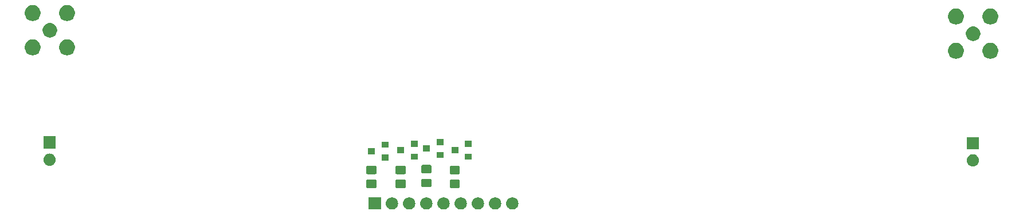
<source format=gbr>
G04 #@! TF.GenerationSoftware,KiCad,Pcbnew,5.0.2-bee76a0~70~ubuntu18.04.1*
G04 #@! TF.CreationDate,2019-04-19T15:30:24+03:00*
G04 #@! TF.ProjectId,bandpass_filter_design,62616e64-7061-4737-935f-66696c746572,rev?*
G04 #@! TF.SameCoordinates,Original*
G04 #@! TF.FileFunction,Soldermask,Bot*
G04 #@! TF.FilePolarity,Negative*
%FSLAX46Y46*%
G04 Gerber Fmt 4.6, Leading zero omitted, Abs format (unit mm)*
G04 Created by KiCad (PCBNEW 5.0.2-bee76a0~70~ubuntu18.04.1) date Fri 19 Apr 2019 03:30:24 PM EEST*
%MOMM*%
%LPD*%
G01*
G04 APERTURE LIST*
%ADD10C,0.100000*%
G04 APERTURE END LIST*
D10*
G36*
X140572443Y-106039519D02*
X140638627Y-106046037D01*
X140751853Y-106080384D01*
X140808467Y-106097557D01*
X140947087Y-106171652D01*
X140964991Y-106181222D01*
X141000729Y-106210552D01*
X141102186Y-106293814D01*
X141185448Y-106395271D01*
X141214778Y-106431009D01*
X141214779Y-106431011D01*
X141298443Y-106587533D01*
X141298443Y-106587534D01*
X141349963Y-106757373D01*
X141367359Y-106934000D01*
X141349963Y-107110627D01*
X141315616Y-107223853D01*
X141298443Y-107280467D01*
X141224348Y-107419087D01*
X141214778Y-107436991D01*
X141185448Y-107472729D01*
X141102186Y-107574186D01*
X141000729Y-107657448D01*
X140964991Y-107686778D01*
X140964989Y-107686779D01*
X140808467Y-107770443D01*
X140751853Y-107787616D01*
X140638627Y-107821963D01*
X140572443Y-107828481D01*
X140506260Y-107835000D01*
X140417740Y-107835000D01*
X140351557Y-107828481D01*
X140285373Y-107821963D01*
X140172147Y-107787616D01*
X140115533Y-107770443D01*
X139959011Y-107686779D01*
X139959009Y-107686778D01*
X139923271Y-107657448D01*
X139821814Y-107574186D01*
X139738552Y-107472729D01*
X139709222Y-107436991D01*
X139699652Y-107419087D01*
X139625557Y-107280467D01*
X139608384Y-107223853D01*
X139574037Y-107110627D01*
X139556641Y-106934000D01*
X139574037Y-106757373D01*
X139625557Y-106587534D01*
X139625557Y-106587533D01*
X139709221Y-106431011D01*
X139709222Y-106431009D01*
X139738552Y-106395271D01*
X139821814Y-106293814D01*
X139923271Y-106210552D01*
X139959009Y-106181222D01*
X139976913Y-106171652D01*
X140115533Y-106097557D01*
X140172147Y-106080384D01*
X140285373Y-106046037D01*
X140351557Y-106039519D01*
X140417740Y-106033000D01*
X140506260Y-106033000D01*
X140572443Y-106039519D01*
X140572443Y-106039519D01*
G37*
G36*
X138032443Y-106039519D02*
X138098627Y-106046037D01*
X138211853Y-106080384D01*
X138268467Y-106097557D01*
X138407087Y-106171652D01*
X138424991Y-106181222D01*
X138460729Y-106210552D01*
X138562186Y-106293814D01*
X138645448Y-106395271D01*
X138674778Y-106431009D01*
X138674779Y-106431011D01*
X138758443Y-106587533D01*
X138758443Y-106587534D01*
X138809963Y-106757373D01*
X138827359Y-106934000D01*
X138809963Y-107110627D01*
X138775616Y-107223853D01*
X138758443Y-107280467D01*
X138684348Y-107419087D01*
X138674778Y-107436991D01*
X138645448Y-107472729D01*
X138562186Y-107574186D01*
X138460729Y-107657448D01*
X138424991Y-107686778D01*
X138424989Y-107686779D01*
X138268467Y-107770443D01*
X138211853Y-107787616D01*
X138098627Y-107821963D01*
X138032443Y-107828481D01*
X137966260Y-107835000D01*
X137877740Y-107835000D01*
X137811557Y-107828481D01*
X137745373Y-107821963D01*
X137632147Y-107787616D01*
X137575533Y-107770443D01*
X137419011Y-107686779D01*
X137419009Y-107686778D01*
X137383271Y-107657448D01*
X137281814Y-107574186D01*
X137198552Y-107472729D01*
X137169222Y-107436991D01*
X137159652Y-107419087D01*
X137085557Y-107280467D01*
X137068384Y-107223853D01*
X137034037Y-107110627D01*
X137016641Y-106934000D01*
X137034037Y-106757373D01*
X137085557Y-106587534D01*
X137085557Y-106587533D01*
X137169221Y-106431011D01*
X137169222Y-106431009D01*
X137198552Y-106395271D01*
X137281814Y-106293814D01*
X137383271Y-106210552D01*
X137419009Y-106181222D01*
X137436913Y-106171652D01*
X137575533Y-106097557D01*
X137632147Y-106080384D01*
X137745373Y-106046037D01*
X137811557Y-106039519D01*
X137877740Y-106033000D01*
X137966260Y-106033000D01*
X138032443Y-106039519D01*
X138032443Y-106039519D01*
G37*
G36*
X121043000Y-107835000D02*
X119241000Y-107835000D01*
X119241000Y-106033000D01*
X121043000Y-106033000D01*
X121043000Y-107835000D01*
X121043000Y-107835000D01*
G37*
G36*
X122792443Y-106039519D02*
X122858627Y-106046037D01*
X122971853Y-106080384D01*
X123028467Y-106097557D01*
X123167087Y-106171652D01*
X123184991Y-106181222D01*
X123220729Y-106210552D01*
X123322186Y-106293814D01*
X123405448Y-106395271D01*
X123434778Y-106431009D01*
X123434779Y-106431011D01*
X123518443Y-106587533D01*
X123518443Y-106587534D01*
X123569963Y-106757373D01*
X123587359Y-106934000D01*
X123569963Y-107110627D01*
X123535616Y-107223853D01*
X123518443Y-107280467D01*
X123444348Y-107419087D01*
X123434778Y-107436991D01*
X123405448Y-107472729D01*
X123322186Y-107574186D01*
X123220729Y-107657448D01*
X123184991Y-107686778D01*
X123184989Y-107686779D01*
X123028467Y-107770443D01*
X122971853Y-107787616D01*
X122858627Y-107821963D01*
X122792443Y-107828481D01*
X122726260Y-107835000D01*
X122637740Y-107835000D01*
X122571557Y-107828481D01*
X122505373Y-107821963D01*
X122392147Y-107787616D01*
X122335533Y-107770443D01*
X122179011Y-107686779D01*
X122179009Y-107686778D01*
X122143271Y-107657448D01*
X122041814Y-107574186D01*
X121958552Y-107472729D01*
X121929222Y-107436991D01*
X121919652Y-107419087D01*
X121845557Y-107280467D01*
X121828384Y-107223853D01*
X121794037Y-107110627D01*
X121776641Y-106934000D01*
X121794037Y-106757373D01*
X121845557Y-106587534D01*
X121845557Y-106587533D01*
X121929221Y-106431011D01*
X121929222Y-106431009D01*
X121958552Y-106395271D01*
X122041814Y-106293814D01*
X122143271Y-106210552D01*
X122179009Y-106181222D01*
X122196913Y-106171652D01*
X122335533Y-106097557D01*
X122392147Y-106080384D01*
X122505373Y-106046037D01*
X122571557Y-106039519D01*
X122637740Y-106033000D01*
X122726260Y-106033000D01*
X122792443Y-106039519D01*
X122792443Y-106039519D01*
G37*
G36*
X125332443Y-106039519D02*
X125398627Y-106046037D01*
X125511853Y-106080384D01*
X125568467Y-106097557D01*
X125707087Y-106171652D01*
X125724991Y-106181222D01*
X125760729Y-106210552D01*
X125862186Y-106293814D01*
X125945448Y-106395271D01*
X125974778Y-106431009D01*
X125974779Y-106431011D01*
X126058443Y-106587533D01*
X126058443Y-106587534D01*
X126109963Y-106757373D01*
X126127359Y-106934000D01*
X126109963Y-107110627D01*
X126075616Y-107223853D01*
X126058443Y-107280467D01*
X125984348Y-107419087D01*
X125974778Y-107436991D01*
X125945448Y-107472729D01*
X125862186Y-107574186D01*
X125760729Y-107657448D01*
X125724991Y-107686778D01*
X125724989Y-107686779D01*
X125568467Y-107770443D01*
X125511853Y-107787616D01*
X125398627Y-107821963D01*
X125332443Y-107828481D01*
X125266260Y-107835000D01*
X125177740Y-107835000D01*
X125111557Y-107828481D01*
X125045373Y-107821963D01*
X124932147Y-107787616D01*
X124875533Y-107770443D01*
X124719011Y-107686779D01*
X124719009Y-107686778D01*
X124683271Y-107657448D01*
X124581814Y-107574186D01*
X124498552Y-107472729D01*
X124469222Y-107436991D01*
X124459652Y-107419087D01*
X124385557Y-107280467D01*
X124368384Y-107223853D01*
X124334037Y-107110627D01*
X124316641Y-106934000D01*
X124334037Y-106757373D01*
X124385557Y-106587534D01*
X124385557Y-106587533D01*
X124469221Y-106431011D01*
X124469222Y-106431009D01*
X124498552Y-106395271D01*
X124581814Y-106293814D01*
X124683271Y-106210552D01*
X124719009Y-106181222D01*
X124736913Y-106171652D01*
X124875533Y-106097557D01*
X124932147Y-106080384D01*
X125045373Y-106046037D01*
X125111557Y-106039519D01*
X125177740Y-106033000D01*
X125266260Y-106033000D01*
X125332443Y-106039519D01*
X125332443Y-106039519D01*
G37*
G36*
X127872443Y-106039519D02*
X127938627Y-106046037D01*
X128051853Y-106080384D01*
X128108467Y-106097557D01*
X128247087Y-106171652D01*
X128264991Y-106181222D01*
X128300729Y-106210552D01*
X128402186Y-106293814D01*
X128485448Y-106395271D01*
X128514778Y-106431009D01*
X128514779Y-106431011D01*
X128598443Y-106587533D01*
X128598443Y-106587534D01*
X128649963Y-106757373D01*
X128667359Y-106934000D01*
X128649963Y-107110627D01*
X128615616Y-107223853D01*
X128598443Y-107280467D01*
X128524348Y-107419087D01*
X128514778Y-107436991D01*
X128485448Y-107472729D01*
X128402186Y-107574186D01*
X128300729Y-107657448D01*
X128264991Y-107686778D01*
X128264989Y-107686779D01*
X128108467Y-107770443D01*
X128051853Y-107787616D01*
X127938627Y-107821963D01*
X127872443Y-107828481D01*
X127806260Y-107835000D01*
X127717740Y-107835000D01*
X127651557Y-107828481D01*
X127585373Y-107821963D01*
X127472147Y-107787616D01*
X127415533Y-107770443D01*
X127259011Y-107686779D01*
X127259009Y-107686778D01*
X127223271Y-107657448D01*
X127121814Y-107574186D01*
X127038552Y-107472729D01*
X127009222Y-107436991D01*
X126999652Y-107419087D01*
X126925557Y-107280467D01*
X126908384Y-107223853D01*
X126874037Y-107110627D01*
X126856641Y-106934000D01*
X126874037Y-106757373D01*
X126925557Y-106587534D01*
X126925557Y-106587533D01*
X127009221Y-106431011D01*
X127009222Y-106431009D01*
X127038552Y-106395271D01*
X127121814Y-106293814D01*
X127223271Y-106210552D01*
X127259009Y-106181222D01*
X127276913Y-106171652D01*
X127415533Y-106097557D01*
X127472147Y-106080384D01*
X127585373Y-106046037D01*
X127651557Y-106039519D01*
X127717740Y-106033000D01*
X127806260Y-106033000D01*
X127872443Y-106039519D01*
X127872443Y-106039519D01*
G37*
G36*
X130412443Y-106039519D02*
X130478627Y-106046037D01*
X130591853Y-106080384D01*
X130648467Y-106097557D01*
X130787087Y-106171652D01*
X130804991Y-106181222D01*
X130840729Y-106210552D01*
X130942186Y-106293814D01*
X131025448Y-106395271D01*
X131054778Y-106431009D01*
X131054779Y-106431011D01*
X131138443Y-106587533D01*
X131138443Y-106587534D01*
X131189963Y-106757373D01*
X131207359Y-106934000D01*
X131189963Y-107110627D01*
X131155616Y-107223853D01*
X131138443Y-107280467D01*
X131064348Y-107419087D01*
X131054778Y-107436991D01*
X131025448Y-107472729D01*
X130942186Y-107574186D01*
X130840729Y-107657448D01*
X130804991Y-107686778D01*
X130804989Y-107686779D01*
X130648467Y-107770443D01*
X130591853Y-107787616D01*
X130478627Y-107821963D01*
X130412443Y-107828481D01*
X130346260Y-107835000D01*
X130257740Y-107835000D01*
X130191557Y-107828481D01*
X130125373Y-107821963D01*
X130012147Y-107787616D01*
X129955533Y-107770443D01*
X129799011Y-107686779D01*
X129799009Y-107686778D01*
X129763271Y-107657448D01*
X129661814Y-107574186D01*
X129578552Y-107472729D01*
X129549222Y-107436991D01*
X129539652Y-107419087D01*
X129465557Y-107280467D01*
X129448384Y-107223853D01*
X129414037Y-107110627D01*
X129396641Y-106934000D01*
X129414037Y-106757373D01*
X129465557Y-106587534D01*
X129465557Y-106587533D01*
X129549221Y-106431011D01*
X129549222Y-106431009D01*
X129578552Y-106395271D01*
X129661814Y-106293814D01*
X129763271Y-106210552D01*
X129799009Y-106181222D01*
X129816913Y-106171652D01*
X129955533Y-106097557D01*
X130012147Y-106080384D01*
X130125373Y-106046037D01*
X130191557Y-106039519D01*
X130257740Y-106033000D01*
X130346260Y-106033000D01*
X130412443Y-106039519D01*
X130412443Y-106039519D01*
G37*
G36*
X132952443Y-106039519D02*
X133018627Y-106046037D01*
X133131853Y-106080384D01*
X133188467Y-106097557D01*
X133327087Y-106171652D01*
X133344991Y-106181222D01*
X133380729Y-106210552D01*
X133482186Y-106293814D01*
X133565448Y-106395271D01*
X133594778Y-106431009D01*
X133594779Y-106431011D01*
X133678443Y-106587533D01*
X133678443Y-106587534D01*
X133729963Y-106757373D01*
X133747359Y-106934000D01*
X133729963Y-107110627D01*
X133695616Y-107223853D01*
X133678443Y-107280467D01*
X133604348Y-107419087D01*
X133594778Y-107436991D01*
X133565448Y-107472729D01*
X133482186Y-107574186D01*
X133380729Y-107657448D01*
X133344991Y-107686778D01*
X133344989Y-107686779D01*
X133188467Y-107770443D01*
X133131853Y-107787616D01*
X133018627Y-107821963D01*
X132952443Y-107828481D01*
X132886260Y-107835000D01*
X132797740Y-107835000D01*
X132731557Y-107828481D01*
X132665373Y-107821963D01*
X132552147Y-107787616D01*
X132495533Y-107770443D01*
X132339011Y-107686779D01*
X132339009Y-107686778D01*
X132303271Y-107657448D01*
X132201814Y-107574186D01*
X132118552Y-107472729D01*
X132089222Y-107436991D01*
X132079652Y-107419087D01*
X132005557Y-107280467D01*
X131988384Y-107223853D01*
X131954037Y-107110627D01*
X131936641Y-106934000D01*
X131954037Y-106757373D01*
X132005557Y-106587534D01*
X132005557Y-106587533D01*
X132089221Y-106431011D01*
X132089222Y-106431009D01*
X132118552Y-106395271D01*
X132201814Y-106293814D01*
X132303271Y-106210552D01*
X132339009Y-106181222D01*
X132356913Y-106171652D01*
X132495533Y-106097557D01*
X132552147Y-106080384D01*
X132665373Y-106046037D01*
X132731557Y-106039519D01*
X132797740Y-106033000D01*
X132886260Y-106033000D01*
X132952443Y-106039519D01*
X132952443Y-106039519D01*
G37*
G36*
X135492443Y-106039519D02*
X135558627Y-106046037D01*
X135671853Y-106080384D01*
X135728467Y-106097557D01*
X135867087Y-106171652D01*
X135884991Y-106181222D01*
X135920729Y-106210552D01*
X136022186Y-106293814D01*
X136105448Y-106395271D01*
X136134778Y-106431009D01*
X136134779Y-106431011D01*
X136218443Y-106587533D01*
X136218443Y-106587534D01*
X136269963Y-106757373D01*
X136287359Y-106934000D01*
X136269963Y-107110627D01*
X136235616Y-107223853D01*
X136218443Y-107280467D01*
X136144348Y-107419087D01*
X136134778Y-107436991D01*
X136105448Y-107472729D01*
X136022186Y-107574186D01*
X135920729Y-107657448D01*
X135884991Y-107686778D01*
X135884989Y-107686779D01*
X135728467Y-107770443D01*
X135671853Y-107787616D01*
X135558627Y-107821963D01*
X135492443Y-107828481D01*
X135426260Y-107835000D01*
X135337740Y-107835000D01*
X135271557Y-107828481D01*
X135205373Y-107821963D01*
X135092147Y-107787616D01*
X135035533Y-107770443D01*
X134879011Y-107686779D01*
X134879009Y-107686778D01*
X134843271Y-107657448D01*
X134741814Y-107574186D01*
X134658552Y-107472729D01*
X134629222Y-107436991D01*
X134619652Y-107419087D01*
X134545557Y-107280467D01*
X134528384Y-107223853D01*
X134494037Y-107110627D01*
X134476641Y-106934000D01*
X134494037Y-106757373D01*
X134545557Y-106587534D01*
X134545557Y-106587533D01*
X134629221Y-106431011D01*
X134629222Y-106431009D01*
X134658552Y-106395271D01*
X134741814Y-106293814D01*
X134843271Y-106210552D01*
X134879009Y-106181222D01*
X134896913Y-106171652D01*
X135035533Y-106097557D01*
X135092147Y-106080384D01*
X135205373Y-106046037D01*
X135271557Y-106039519D01*
X135337740Y-106033000D01*
X135426260Y-106033000D01*
X135492443Y-106039519D01*
X135492443Y-106039519D01*
G37*
G36*
X132541677Y-103409465D02*
X132579364Y-103420898D01*
X132614103Y-103439466D01*
X132644548Y-103464452D01*
X132669534Y-103494897D01*
X132688102Y-103529636D01*
X132699535Y-103567323D01*
X132704000Y-103612661D01*
X132704000Y-104449339D01*
X132699535Y-104494677D01*
X132688102Y-104532364D01*
X132669534Y-104567103D01*
X132644548Y-104597548D01*
X132614103Y-104622534D01*
X132579364Y-104641102D01*
X132541677Y-104652535D01*
X132496339Y-104657000D01*
X131409661Y-104657000D01*
X131364323Y-104652535D01*
X131326636Y-104641102D01*
X131291897Y-104622534D01*
X131261452Y-104597548D01*
X131236466Y-104567103D01*
X131217898Y-104532364D01*
X131206465Y-104494677D01*
X131202000Y-104449339D01*
X131202000Y-103612661D01*
X131206465Y-103567323D01*
X131217898Y-103529636D01*
X131236466Y-103494897D01*
X131261452Y-103464452D01*
X131291897Y-103439466D01*
X131326636Y-103420898D01*
X131364323Y-103409465D01*
X131409661Y-103405000D01*
X132496339Y-103405000D01*
X132541677Y-103409465D01*
X132541677Y-103409465D01*
G37*
G36*
X120222677Y-103400465D02*
X120260364Y-103411898D01*
X120295103Y-103430466D01*
X120325548Y-103455452D01*
X120350534Y-103485897D01*
X120369102Y-103520636D01*
X120380535Y-103558323D01*
X120385000Y-103603661D01*
X120385000Y-104440339D01*
X120380535Y-104485677D01*
X120369102Y-104523364D01*
X120350534Y-104558103D01*
X120325548Y-104588548D01*
X120295103Y-104613534D01*
X120260364Y-104632102D01*
X120222677Y-104643535D01*
X120177339Y-104648000D01*
X119090661Y-104648000D01*
X119045323Y-104643535D01*
X119007636Y-104632102D01*
X118972897Y-104613534D01*
X118942452Y-104588548D01*
X118917466Y-104558103D01*
X118898898Y-104523364D01*
X118887465Y-104485677D01*
X118883000Y-104440339D01*
X118883000Y-103603661D01*
X118887465Y-103558323D01*
X118898898Y-103520636D01*
X118917466Y-103485897D01*
X118942452Y-103455452D01*
X118972897Y-103430466D01*
X119007636Y-103411898D01*
X119045323Y-103400465D01*
X119090661Y-103396000D01*
X120177339Y-103396000D01*
X120222677Y-103400465D01*
X120222677Y-103400465D01*
G37*
G36*
X124540677Y-103400465D02*
X124578364Y-103411898D01*
X124613103Y-103430466D01*
X124643548Y-103455452D01*
X124668534Y-103485897D01*
X124687102Y-103520636D01*
X124698535Y-103558323D01*
X124703000Y-103603661D01*
X124703000Y-104440339D01*
X124698535Y-104485677D01*
X124687102Y-104523364D01*
X124668534Y-104558103D01*
X124643548Y-104588548D01*
X124613103Y-104613534D01*
X124578364Y-104632102D01*
X124540677Y-104643535D01*
X124495339Y-104648000D01*
X123408661Y-104648000D01*
X123363323Y-104643535D01*
X123325636Y-104632102D01*
X123290897Y-104613534D01*
X123260452Y-104588548D01*
X123235466Y-104558103D01*
X123216898Y-104523364D01*
X123205465Y-104485677D01*
X123201000Y-104440339D01*
X123201000Y-103603661D01*
X123205465Y-103558323D01*
X123216898Y-103520636D01*
X123235466Y-103485897D01*
X123260452Y-103455452D01*
X123290897Y-103430466D01*
X123325636Y-103411898D01*
X123363323Y-103400465D01*
X123408661Y-103396000D01*
X124495339Y-103396000D01*
X124540677Y-103400465D01*
X124540677Y-103400465D01*
G37*
G36*
X128350677Y-103273465D02*
X128388364Y-103284898D01*
X128423103Y-103303466D01*
X128453548Y-103328452D01*
X128478534Y-103358897D01*
X128497102Y-103393636D01*
X128508535Y-103431323D01*
X128513000Y-103476661D01*
X128513000Y-104313339D01*
X128508535Y-104358677D01*
X128497102Y-104396364D01*
X128478534Y-104431103D01*
X128453548Y-104461548D01*
X128423103Y-104486534D01*
X128388364Y-104505102D01*
X128350677Y-104516535D01*
X128305339Y-104521000D01*
X127218661Y-104521000D01*
X127173323Y-104516535D01*
X127135636Y-104505102D01*
X127100897Y-104486534D01*
X127070452Y-104461548D01*
X127045466Y-104431103D01*
X127026898Y-104396364D01*
X127015465Y-104358677D01*
X127011000Y-104313339D01*
X127011000Y-103476661D01*
X127015465Y-103431323D01*
X127026898Y-103393636D01*
X127045466Y-103358897D01*
X127070452Y-103328452D01*
X127100897Y-103303466D01*
X127135636Y-103284898D01*
X127173323Y-103273465D01*
X127218661Y-103269000D01*
X128305339Y-103269000D01*
X128350677Y-103273465D01*
X128350677Y-103273465D01*
G37*
G36*
X132541677Y-101359465D02*
X132579364Y-101370898D01*
X132614103Y-101389466D01*
X132644548Y-101414452D01*
X132669534Y-101444897D01*
X132688102Y-101479636D01*
X132699535Y-101517323D01*
X132704000Y-101562661D01*
X132704000Y-102399339D01*
X132699535Y-102444677D01*
X132688102Y-102482364D01*
X132669534Y-102517103D01*
X132644548Y-102547548D01*
X132614103Y-102572534D01*
X132579364Y-102591102D01*
X132541677Y-102602535D01*
X132496339Y-102607000D01*
X131409661Y-102607000D01*
X131364323Y-102602535D01*
X131326636Y-102591102D01*
X131291897Y-102572534D01*
X131261452Y-102547548D01*
X131236466Y-102517103D01*
X131217898Y-102482364D01*
X131206465Y-102444677D01*
X131202000Y-102399339D01*
X131202000Y-101562661D01*
X131206465Y-101517323D01*
X131217898Y-101479636D01*
X131236466Y-101444897D01*
X131261452Y-101414452D01*
X131291897Y-101389466D01*
X131326636Y-101370898D01*
X131364323Y-101359465D01*
X131409661Y-101355000D01*
X132496339Y-101355000D01*
X132541677Y-101359465D01*
X132541677Y-101359465D01*
G37*
G36*
X120222677Y-101350465D02*
X120260364Y-101361898D01*
X120295103Y-101380466D01*
X120325548Y-101405452D01*
X120350534Y-101435897D01*
X120369102Y-101470636D01*
X120380535Y-101508323D01*
X120385000Y-101553661D01*
X120385000Y-102390339D01*
X120380535Y-102435677D01*
X120369102Y-102473364D01*
X120350534Y-102508103D01*
X120325548Y-102538548D01*
X120295103Y-102563534D01*
X120260364Y-102582102D01*
X120222677Y-102593535D01*
X120177339Y-102598000D01*
X119090661Y-102598000D01*
X119045323Y-102593535D01*
X119007636Y-102582102D01*
X118972897Y-102563534D01*
X118942452Y-102538548D01*
X118917466Y-102508103D01*
X118898898Y-102473364D01*
X118887465Y-102435677D01*
X118883000Y-102390339D01*
X118883000Y-101553661D01*
X118887465Y-101508323D01*
X118898898Y-101470636D01*
X118917466Y-101435897D01*
X118942452Y-101405452D01*
X118972897Y-101380466D01*
X119007636Y-101361898D01*
X119045323Y-101350465D01*
X119090661Y-101346000D01*
X120177339Y-101346000D01*
X120222677Y-101350465D01*
X120222677Y-101350465D01*
G37*
G36*
X124540677Y-101350465D02*
X124578364Y-101361898D01*
X124613103Y-101380466D01*
X124643548Y-101405452D01*
X124668534Y-101435897D01*
X124687102Y-101470636D01*
X124698535Y-101508323D01*
X124703000Y-101553661D01*
X124703000Y-102390339D01*
X124698535Y-102435677D01*
X124687102Y-102473364D01*
X124668534Y-102508103D01*
X124643548Y-102538548D01*
X124613103Y-102563534D01*
X124578364Y-102582102D01*
X124540677Y-102593535D01*
X124495339Y-102598000D01*
X123408661Y-102598000D01*
X123363323Y-102593535D01*
X123325636Y-102582102D01*
X123290897Y-102563534D01*
X123260452Y-102538548D01*
X123235466Y-102508103D01*
X123216898Y-102473364D01*
X123205465Y-102435677D01*
X123201000Y-102390339D01*
X123201000Y-101553661D01*
X123205465Y-101508323D01*
X123216898Y-101470636D01*
X123235466Y-101435897D01*
X123260452Y-101405452D01*
X123290897Y-101380466D01*
X123325636Y-101361898D01*
X123363323Y-101350465D01*
X123408661Y-101346000D01*
X124495339Y-101346000D01*
X124540677Y-101350465D01*
X124540677Y-101350465D01*
G37*
G36*
X128350677Y-101223465D02*
X128388364Y-101234898D01*
X128423103Y-101253466D01*
X128453548Y-101278452D01*
X128478534Y-101308897D01*
X128497102Y-101343636D01*
X128508535Y-101381323D01*
X128513000Y-101426661D01*
X128513000Y-102263339D01*
X128508535Y-102308677D01*
X128497102Y-102346364D01*
X128478534Y-102381103D01*
X128453548Y-102411548D01*
X128423103Y-102436534D01*
X128388364Y-102455102D01*
X128350677Y-102466535D01*
X128305339Y-102471000D01*
X127218661Y-102471000D01*
X127173323Y-102466535D01*
X127135636Y-102455102D01*
X127100897Y-102436534D01*
X127070452Y-102411548D01*
X127045466Y-102381103D01*
X127026898Y-102346364D01*
X127015465Y-102308677D01*
X127011000Y-102263339D01*
X127011000Y-101426661D01*
X127015465Y-101381323D01*
X127026898Y-101343636D01*
X127045466Y-101308897D01*
X127070452Y-101278452D01*
X127100897Y-101253466D01*
X127135636Y-101234898D01*
X127173323Y-101223465D01*
X127218661Y-101219000D01*
X128305339Y-101219000D01*
X128350677Y-101223465D01*
X128350677Y-101223465D01*
G37*
G36*
X208610442Y-99645518D02*
X208676627Y-99652037D01*
X208788588Y-99686000D01*
X208846467Y-99703557D01*
X208985087Y-99777652D01*
X209002991Y-99787222D01*
X209038729Y-99816552D01*
X209140186Y-99899814D01*
X209223448Y-100001271D01*
X209252778Y-100037009D01*
X209252779Y-100037011D01*
X209336443Y-100193533D01*
X209336443Y-100193534D01*
X209387963Y-100363373D01*
X209405359Y-100540000D01*
X209387963Y-100716627D01*
X209366777Y-100786467D01*
X209336443Y-100886467D01*
X209306231Y-100942989D01*
X209252778Y-101042991D01*
X209223448Y-101078729D01*
X209140186Y-101180186D01*
X209038729Y-101263448D01*
X209002991Y-101292778D01*
X209002989Y-101292779D01*
X208846467Y-101376443D01*
X208803535Y-101389466D01*
X208676627Y-101427963D01*
X208610442Y-101434482D01*
X208544260Y-101441000D01*
X208455740Y-101441000D01*
X208389558Y-101434482D01*
X208323373Y-101427963D01*
X208196465Y-101389466D01*
X208153533Y-101376443D01*
X207997011Y-101292779D01*
X207997009Y-101292778D01*
X207961271Y-101263448D01*
X207859814Y-101180186D01*
X207776552Y-101078729D01*
X207747222Y-101042991D01*
X207693769Y-100942989D01*
X207663557Y-100886467D01*
X207633223Y-100786467D01*
X207612037Y-100716627D01*
X207594641Y-100540000D01*
X207612037Y-100363373D01*
X207663557Y-100193534D01*
X207663557Y-100193533D01*
X207747221Y-100037011D01*
X207747222Y-100037009D01*
X207776552Y-100001271D01*
X207859814Y-99899814D01*
X207961271Y-99816552D01*
X207997009Y-99787222D01*
X208014913Y-99777652D01*
X208153533Y-99703557D01*
X208211412Y-99686000D01*
X208323373Y-99652037D01*
X208389558Y-99645518D01*
X208455740Y-99639000D01*
X208544260Y-99639000D01*
X208610442Y-99645518D01*
X208610442Y-99645518D01*
G37*
G36*
X72210443Y-99545519D02*
X72276627Y-99552037D01*
X72389853Y-99586384D01*
X72446467Y-99603557D01*
X72510904Y-99638000D01*
X72602991Y-99687222D01*
X72622895Y-99703557D01*
X72740186Y-99799814D01*
X72822253Y-99899814D01*
X72852778Y-99937009D01*
X72852779Y-99937011D01*
X72936443Y-100093533D01*
X72936443Y-100093534D01*
X72987963Y-100263373D01*
X73005359Y-100440000D01*
X72987963Y-100616627D01*
X72957629Y-100716625D01*
X72936443Y-100786467D01*
X72882991Y-100886467D01*
X72852778Y-100942991D01*
X72823448Y-100978729D01*
X72740186Y-101080186D01*
X72638729Y-101163448D01*
X72602991Y-101192778D01*
X72602989Y-101192779D01*
X72446467Y-101276443D01*
X72392617Y-101292778D01*
X72276627Y-101327963D01*
X72210443Y-101334481D01*
X72144260Y-101341000D01*
X72055740Y-101341000D01*
X71989557Y-101334481D01*
X71923373Y-101327963D01*
X71807383Y-101292778D01*
X71753533Y-101276443D01*
X71597011Y-101192779D01*
X71597009Y-101192778D01*
X71561271Y-101163448D01*
X71459814Y-101080186D01*
X71376552Y-100978729D01*
X71347222Y-100942991D01*
X71317009Y-100886467D01*
X71263557Y-100786467D01*
X71242371Y-100716625D01*
X71212037Y-100616627D01*
X71194641Y-100440000D01*
X71212037Y-100263373D01*
X71263557Y-100093534D01*
X71263557Y-100093533D01*
X71347221Y-99937011D01*
X71347222Y-99937009D01*
X71377747Y-99899814D01*
X71459814Y-99799814D01*
X71577105Y-99703557D01*
X71597009Y-99687222D01*
X71689096Y-99638000D01*
X71753533Y-99603557D01*
X71810147Y-99586384D01*
X71923373Y-99552037D01*
X71989557Y-99545519D01*
X72055740Y-99539000D01*
X72144260Y-99539000D01*
X72210443Y-99545519D01*
X72210443Y-99545519D01*
G37*
G36*
X122151000Y-100588000D02*
X121149000Y-100588000D01*
X121149000Y-99686000D01*
X122151000Y-99686000D01*
X122151000Y-100588000D01*
X122151000Y-100588000D01*
G37*
G36*
X134470000Y-100461000D02*
X133468000Y-100461000D01*
X133468000Y-99559000D01*
X134470000Y-99559000D01*
X134470000Y-100461000D01*
X134470000Y-100461000D01*
G37*
G36*
X126469000Y-100461000D02*
X125467000Y-100461000D01*
X125467000Y-99559000D01*
X126469000Y-99559000D01*
X126469000Y-100461000D01*
X126469000Y-100461000D01*
G37*
G36*
X130279000Y-100207000D02*
X129277000Y-100207000D01*
X129277000Y-99305000D01*
X130279000Y-99305000D01*
X130279000Y-100207000D01*
X130279000Y-100207000D01*
G37*
G36*
X120151000Y-99638000D02*
X119149000Y-99638000D01*
X119149000Y-98736000D01*
X120151000Y-98736000D01*
X120151000Y-99638000D01*
X120151000Y-99638000D01*
G37*
G36*
X132470000Y-99511000D02*
X131468000Y-99511000D01*
X131468000Y-98609000D01*
X132470000Y-98609000D01*
X132470000Y-99511000D01*
X132470000Y-99511000D01*
G37*
G36*
X124469000Y-99511000D02*
X123467000Y-99511000D01*
X123467000Y-98609000D01*
X124469000Y-98609000D01*
X124469000Y-99511000D01*
X124469000Y-99511000D01*
G37*
G36*
X128279000Y-99257000D02*
X127277000Y-99257000D01*
X127277000Y-98355000D01*
X128279000Y-98355000D01*
X128279000Y-99257000D01*
X128279000Y-99257000D01*
G37*
G36*
X209401000Y-98901000D02*
X207599000Y-98901000D01*
X207599000Y-97099000D01*
X209401000Y-97099000D01*
X209401000Y-98901000D01*
X209401000Y-98901000D01*
G37*
G36*
X73001000Y-98801000D02*
X71199000Y-98801000D01*
X71199000Y-96999000D01*
X73001000Y-96999000D01*
X73001000Y-98801000D01*
X73001000Y-98801000D01*
G37*
G36*
X122151000Y-98688000D02*
X121149000Y-98688000D01*
X121149000Y-97786000D01*
X122151000Y-97786000D01*
X122151000Y-98688000D01*
X122151000Y-98688000D01*
G37*
G36*
X134470000Y-98561000D02*
X133468000Y-98561000D01*
X133468000Y-97659000D01*
X134470000Y-97659000D01*
X134470000Y-98561000D01*
X134470000Y-98561000D01*
G37*
G36*
X126469000Y-98561000D02*
X125467000Y-98561000D01*
X125467000Y-97659000D01*
X126469000Y-97659000D01*
X126469000Y-98561000D01*
X126469000Y-98561000D01*
G37*
G36*
X130279000Y-98307000D02*
X129277000Y-98307000D01*
X129277000Y-97405000D01*
X130279000Y-97405000D01*
X130279000Y-98307000D01*
X130279000Y-98307000D01*
G37*
G36*
X206223426Y-83174596D02*
X206337027Y-83197193D01*
X206551045Y-83285842D01*
X206742358Y-83413674D01*
X206743659Y-83414543D01*
X206907457Y-83578341D01*
X206907459Y-83578344D01*
X207036158Y-83770955D01*
X207124807Y-83984973D01*
X207170000Y-84212174D01*
X207170000Y-84443826D01*
X207124807Y-84671027D01*
X207036158Y-84885045D01*
X206992217Y-84950807D01*
X206907457Y-85077659D01*
X206743659Y-85241457D01*
X206743656Y-85241459D01*
X206551045Y-85370158D01*
X206337027Y-85458807D01*
X206223427Y-85481403D01*
X206109827Y-85504000D01*
X205878173Y-85504000D01*
X205764573Y-85481403D01*
X205650973Y-85458807D01*
X205436955Y-85370158D01*
X205244344Y-85241459D01*
X205244341Y-85241457D01*
X205080543Y-85077659D01*
X204995783Y-84950807D01*
X204951842Y-84885045D01*
X204863193Y-84671027D01*
X204818000Y-84443826D01*
X204818000Y-84212174D01*
X204863193Y-83984973D01*
X204951842Y-83770955D01*
X205080541Y-83578344D01*
X205080543Y-83578341D01*
X205244341Y-83414543D01*
X205245642Y-83413674D01*
X205436955Y-83285842D01*
X205650973Y-83197193D01*
X205764574Y-83174596D01*
X205878173Y-83152000D01*
X206109827Y-83152000D01*
X206223426Y-83174596D01*
X206223426Y-83174596D01*
G37*
G36*
X211303426Y-83174596D02*
X211417027Y-83197193D01*
X211631045Y-83285842D01*
X211822358Y-83413674D01*
X211823659Y-83414543D01*
X211987457Y-83578341D01*
X211987459Y-83578344D01*
X212116158Y-83770955D01*
X212204807Y-83984973D01*
X212250000Y-84212174D01*
X212250000Y-84443826D01*
X212204807Y-84671027D01*
X212116158Y-84885045D01*
X212072217Y-84950807D01*
X211987457Y-85077659D01*
X211823659Y-85241457D01*
X211823656Y-85241459D01*
X211631045Y-85370158D01*
X211417027Y-85458807D01*
X211303427Y-85481403D01*
X211189827Y-85504000D01*
X210958173Y-85504000D01*
X210844573Y-85481403D01*
X210730973Y-85458807D01*
X210516955Y-85370158D01*
X210324344Y-85241459D01*
X210324341Y-85241457D01*
X210160543Y-85077659D01*
X210075783Y-84950807D01*
X210031842Y-84885045D01*
X209943193Y-84671027D01*
X209898000Y-84443826D01*
X209898000Y-84212174D01*
X209943193Y-83984973D01*
X210031842Y-83770955D01*
X210160541Y-83578344D01*
X210160543Y-83578341D01*
X210324341Y-83414543D01*
X210325642Y-83413674D01*
X210516955Y-83285842D01*
X210730973Y-83197193D01*
X210844574Y-83174596D01*
X210958173Y-83152000D01*
X211189827Y-83152000D01*
X211303426Y-83174596D01*
X211303426Y-83174596D01*
G37*
G36*
X69825427Y-82666597D02*
X69939027Y-82689193D01*
X70153045Y-82777842D01*
X70281989Y-82864000D01*
X70345659Y-82906543D01*
X70509457Y-83070341D01*
X70509459Y-83070344D01*
X70638158Y-83262955D01*
X70726807Y-83476973D01*
X70772000Y-83704174D01*
X70772000Y-83935826D01*
X70726807Y-84163027D01*
X70638158Y-84377045D01*
X70510326Y-84568358D01*
X70509457Y-84569659D01*
X70345659Y-84733457D01*
X70345656Y-84733459D01*
X70153045Y-84862158D01*
X69939027Y-84950807D01*
X69825426Y-84973404D01*
X69711827Y-84996000D01*
X69480173Y-84996000D01*
X69366574Y-84973404D01*
X69252973Y-84950807D01*
X69038955Y-84862158D01*
X68846344Y-84733459D01*
X68846341Y-84733457D01*
X68682543Y-84569659D01*
X68681674Y-84568358D01*
X68553842Y-84377045D01*
X68465193Y-84163027D01*
X68420000Y-83935826D01*
X68420000Y-83704174D01*
X68465193Y-83476973D01*
X68553842Y-83262955D01*
X68682541Y-83070344D01*
X68682543Y-83070341D01*
X68846341Y-82906543D01*
X68910011Y-82864000D01*
X69038955Y-82777842D01*
X69252973Y-82689193D01*
X69366573Y-82666597D01*
X69480173Y-82644000D01*
X69711827Y-82644000D01*
X69825427Y-82666597D01*
X69825427Y-82666597D01*
G37*
G36*
X74905427Y-82666597D02*
X75019027Y-82689193D01*
X75233045Y-82777842D01*
X75361989Y-82864000D01*
X75425659Y-82906543D01*
X75589457Y-83070341D01*
X75589459Y-83070344D01*
X75718158Y-83262955D01*
X75806807Y-83476973D01*
X75852000Y-83704174D01*
X75852000Y-83935826D01*
X75806807Y-84163027D01*
X75718158Y-84377045D01*
X75590326Y-84568358D01*
X75589457Y-84569659D01*
X75425659Y-84733457D01*
X75425656Y-84733459D01*
X75233045Y-84862158D01*
X75019027Y-84950807D01*
X74905426Y-84973404D01*
X74791827Y-84996000D01*
X74560173Y-84996000D01*
X74446574Y-84973404D01*
X74332973Y-84950807D01*
X74118955Y-84862158D01*
X73926344Y-84733459D01*
X73926341Y-84733457D01*
X73762543Y-84569659D01*
X73761674Y-84568358D01*
X73633842Y-84377045D01*
X73545193Y-84163027D01*
X73500000Y-83935826D01*
X73500000Y-83704174D01*
X73545193Y-83476973D01*
X73633842Y-83262955D01*
X73762541Y-83070344D01*
X73762543Y-83070341D01*
X73926341Y-82906543D01*
X73990011Y-82864000D01*
X74118955Y-82777842D01*
X74332973Y-82689193D01*
X74446573Y-82666597D01*
X74560173Y-82644000D01*
X74791827Y-82644000D01*
X74905427Y-82666597D01*
X74905427Y-82666597D01*
G37*
G36*
X208691947Y-80722337D02*
X208847858Y-80753350D01*
X209043677Y-80834461D01*
X209043678Y-80834462D01*
X209219913Y-80952218D01*
X209369782Y-81102087D01*
X209369784Y-81102090D01*
X209487539Y-81278323D01*
X209568650Y-81474142D01*
X209610000Y-81682023D01*
X209610000Y-81893977D01*
X209568650Y-82101858D01*
X209487539Y-82297677D01*
X209487538Y-82297678D01*
X209369782Y-82473913D01*
X209219913Y-82623782D01*
X209219910Y-82623784D01*
X209043677Y-82741539D01*
X208847858Y-82822650D01*
X208691947Y-82853662D01*
X208639978Y-82864000D01*
X208428022Y-82864000D01*
X208376053Y-82853662D01*
X208220142Y-82822650D01*
X208024323Y-82741539D01*
X207848090Y-82623784D01*
X207848087Y-82623782D01*
X207698218Y-82473913D01*
X207580462Y-82297678D01*
X207580461Y-82297677D01*
X207499350Y-82101858D01*
X207458000Y-81893977D01*
X207458000Y-81682023D01*
X207499350Y-81474142D01*
X207580461Y-81278323D01*
X207698216Y-81102090D01*
X207698218Y-81102087D01*
X207848087Y-80952218D01*
X208024322Y-80834462D01*
X208024323Y-80834461D01*
X208220142Y-80753350D01*
X208376053Y-80722337D01*
X208428022Y-80712000D01*
X208639978Y-80712000D01*
X208691947Y-80722337D01*
X208691947Y-80722337D01*
G37*
G36*
X72293947Y-80214338D02*
X72449858Y-80245350D01*
X72645677Y-80326461D01*
X72645678Y-80326462D01*
X72821913Y-80444218D01*
X72971782Y-80594087D01*
X72971784Y-80594090D01*
X73089539Y-80770323D01*
X73170650Y-80966142D01*
X73212000Y-81174023D01*
X73212000Y-81385977D01*
X73170650Y-81593858D01*
X73089539Y-81789677D01*
X73089538Y-81789678D01*
X72971782Y-81965913D01*
X72821913Y-82115782D01*
X72821910Y-82115784D01*
X72645677Y-82233539D01*
X72449858Y-82314650D01*
X72293947Y-82345662D01*
X72241978Y-82356000D01*
X72030022Y-82356000D01*
X71978053Y-82345662D01*
X71822142Y-82314650D01*
X71626323Y-82233539D01*
X71450090Y-82115784D01*
X71450087Y-82115782D01*
X71300218Y-81965913D01*
X71182462Y-81789678D01*
X71182461Y-81789677D01*
X71101350Y-81593858D01*
X71060000Y-81385977D01*
X71060000Y-81174023D01*
X71101350Y-80966142D01*
X71182461Y-80770323D01*
X71300216Y-80594090D01*
X71300218Y-80594087D01*
X71450087Y-80444218D01*
X71626322Y-80326462D01*
X71626323Y-80326461D01*
X71822142Y-80245350D01*
X71978053Y-80214338D01*
X72030022Y-80204000D01*
X72241978Y-80204000D01*
X72293947Y-80214338D01*
X72293947Y-80214338D01*
G37*
G36*
X211303426Y-78094596D02*
X211417027Y-78117193D01*
X211631045Y-78205842D01*
X211822358Y-78333674D01*
X211823659Y-78334543D01*
X211987457Y-78498341D01*
X211987459Y-78498344D01*
X212116158Y-78690955D01*
X212204807Y-78904973D01*
X212250000Y-79132174D01*
X212250000Y-79363826D01*
X212204807Y-79591027D01*
X212116158Y-79805045D01*
X212072217Y-79870807D01*
X211987457Y-79997659D01*
X211823659Y-80161457D01*
X211823656Y-80161459D01*
X211631045Y-80290158D01*
X211417027Y-80378807D01*
X211303426Y-80401404D01*
X211189827Y-80424000D01*
X210958173Y-80424000D01*
X210844573Y-80401403D01*
X210730973Y-80378807D01*
X210516955Y-80290158D01*
X210324344Y-80161459D01*
X210324341Y-80161457D01*
X210160543Y-79997659D01*
X210075783Y-79870807D01*
X210031842Y-79805045D01*
X209943193Y-79591027D01*
X209898000Y-79363826D01*
X209898000Y-79132174D01*
X209943193Y-78904973D01*
X210031842Y-78690955D01*
X210160541Y-78498344D01*
X210160543Y-78498341D01*
X210324341Y-78334543D01*
X210325642Y-78333674D01*
X210516955Y-78205842D01*
X210730973Y-78117193D01*
X210844574Y-78094596D01*
X210958173Y-78072000D01*
X211189827Y-78072000D01*
X211303426Y-78094596D01*
X211303426Y-78094596D01*
G37*
G36*
X206223426Y-78094596D02*
X206337027Y-78117193D01*
X206551045Y-78205842D01*
X206742358Y-78333674D01*
X206743659Y-78334543D01*
X206907457Y-78498341D01*
X206907459Y-78498344D01*
X207036158Y-78690955D01*
X207124807Y-78904973D01*
X207170000Y-79132174D01*
X207170000Y-79363826D01*
X207124807Y-79591027D01*
X207036158Y-79805045D01*
X206992217Y-79870807D01*
X206907457Y-79997659D01*
X206743659Y-80161457D01*
X206743656Y-80161459D01*
X206551045Y-80290158D01*
X206337027Y-80378807D01*
X206223426Y-80401404D01*
X206109827Y-80424000D01*
X205878173Y-80424000D01*
X205764573Y-80401403D01*
X205650973Y-80378807D01*
X205436955Y-80290158D01*
X205244344Y-80161459D01*
X205244341Y-80161457D01*
X205080543Y-79997659D01*
X204995783Y-79870807D01*
X204951842Y-79805045D01*
X204863193Y-79591027D01*
X204818000Y-79363826D01*
X204818000Y-79132174D01*
X204863193Y-78904973D01*
X204951842Y-78690955D01*
X205080541Y-78498344D01*
X205080543Y-78498341D01*
X205244341Y-78334543D01*
X205245642Y-78333674D01*
X205436955Y-78205842D01*
X205650973Y-78117193D01*
X205764574Y-78094596D01*
X205878173Y-78072000D01*
X206109827Y-78072000D01*
X206223426Y-78094596D01*
X206223426Y-78094596D01*
G37*
G36*
X69825427Y-77586597D02*
X69939027Y-77609193D01*
X70153045Y-77697842D01*
X70344358Y-77825674D01*
X70345659Y-77826543D01*
X70509457Y-77990341D01*
X70509459Y-77990344D01*
X70638158Y-78182955D01*
X70726807Y-78396973D01*
X70772000Y-78624174D01*
X70772000Y-78855826D01*
X70726807Y-79083027D01*
X70638158Y-79297045D01*
X70510326Y-79488358D01*
X70509457Y-79489659D01*
X70345659Y-79653457D01*
X70345656Y-79653459D01*
X70153045Y-79782158D01*
X69939027Y-79870807D01*
X69825427Y-79893403D01*
X69711827Y-79916000D01*
X69480173Y-79916000D01*
X69366573Y-79893403D01*
X69252973Y-79870807D01*
X69038955Y-79782158D01*
X68846344Y-79653459D01*
X68846341Y-79653457D01*
X68682543Y-79489659D01*
X68681674Y-79488358D01*
X68553842Y-79297045D01*
X68465193Y-79083027D01*
X68420000Y-78855826D01*
X68420000Y-78624174D01*
X68465193Y-78396973D01*
X68553842Y-78182955D01*
X68682541Y-77990344D01*
X68682543Y-77990341D01*
X68846341Y-77826543D01*
X68847642Y-77825674D01*
X69038955Y-77697842D01*
X69252973Y-77609193D01*
X69366573Y-77586597D01*
X69480173Y-77564000D01*
X69711827Y-77564000D01*
X69825427Y-77586597D01*
X69825427Y-77586597D01*
G37*
G36*
X74905427Y-77586597D02*
X75019027Y-77609193D01*
X75233045Y-77697842D01*
X75424358Y-77825674D01*
X75425659Y-77826543D01*
X75589457Y-77990341D01*
X75589459Y-77990344D01*
X75718158Y-78182955D01*
X75806807Y-78396973D01*
X75852000Y-78624174D01*
X75852000Y-78855826D01*
X75806807Y-79083027D01*
X75718158Y-79297045D01*
X75590326Y-79488358D01*
X75589457Y-79489659D01*
X75425659Y-79653457D01*
X75425656Y-79653459D01*
X75233045Y-79782158D01*
X75019027Y-79870807D01*
X74905427Y-79893403D01*
X74791827Y-79916000D01*
X74560173Y-79916000D01*
X74446573Y-79893403D01*
X74332973Y-79870807D01*
X74118955Y-79782158D01*
X73926344Y-79653459D01*
X73926341Y-79653457D01*
X73762543Y-79489659D01*
X73761674Y-79488358D01*
X73633842Y-79297045D01*
X73545193Y-79083027D01*
X73500000Y-78855826D01*
X73500000Y-78624174D01*
X73545193Y-78396973D01*
X73633842Y-78182955D01*
X73762541Y-77990344D01*
X73762543Y-77990341D01*
X73926341Y-77826543D01*
X73927642Y-77825674D01*
X74118955Y-77697842D01*
X74332973Y-77609193D01*
X74446573Y-77586597D01*
X74560173Y-77564000D01*
X74791827Y-77564000D01*
X74905427Y-77586597D01*
X74905427Y-77586597D01*
G37*
M02*

</source>
